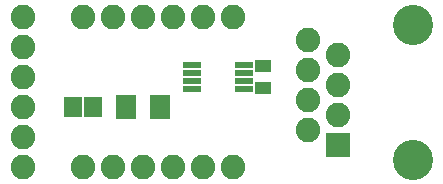
<source format=gts>
G75*
G70*
%OFA0B0*%
%FSLAX24Y24*%
%IPPOS*%
%LPD*%
%AMOC8*
5,1,8,0,0,1.08239X$1,22.5*
%
%ADD10C,0.0820*%
%ADD11R,0.0820X0.0820*%
%ADD12C,0.1340*%
%ADD13R,0.0592X0.0671*%
%ADD14R,0.0710X0.0790*%
%ADD15R,0.0552X0.0395*%
%ADD16R,0.0611X0.0237*%
D10*
X001100Y001200D03*
X003100Y001200D03*
X004100Y001200D03*
X005100Y001200D03*
X006100Y001200D03*
X007100Y001200D03*
X008100Y001200D03*
X010600Y002450D03*
X011600Y002950D03*
X010600Y003450D03*
X011600Y003950D03*
X010600Y004450D03*
X011600Y004950D03*
X010600Y005450D03*
X008100Y006200D03*
X007100Y006200D03*
X006100Y006200D03*
X005100Y006200D03*
X004100Y006200D03*
X003100Y006200D03*
X001100Y006200D03*
X001100Y005200D03*
X001100Y004200D03*
X001100Y003200D03*
X001100Y002200D03*
D11*
X011600Y001950D03*
D12*
X014100Y001450D03*
X014100Y005950D03*
D13*
X003435Y003200D03*
X002765Y003200D03*
D14*
X004540Y003200D03*
X005660Y003200D03*
D15*
X009100Y003846D03*
X009100Y004554D03*
D16*
X008456Y004584D03*
X008456Y004328D03*
X008456Y004072D03*
X008456Y003816D03*
X006744Y003816D03*
X006744Y004072D03*
X006744Y004328D03*
X006744Y004584D03*
M02*

</source>
